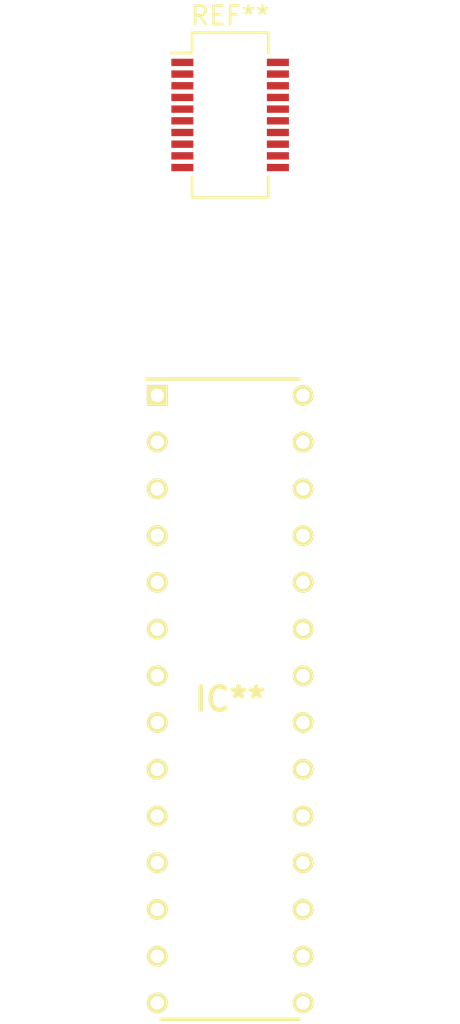
<source format=kicad_pcb>
(kicad_pcb (version 20171130) (host pcbnew "(5.1.10-1-10_14)")

  (general
    (thickness 1.6)
    (drawings 0)
    (tracks 0)
    (zones 0)
    (modules 2)
    (nets 1)
  )

  (page A4)
  (layers
    (0 F.Cu signal)
    (31 B.Cu signal)
    (32 B.Adhes user)
    (33 F.Adhes user)
    (34 B.Paste user)
    (35 F.Paste user)
    (36 B.SilkS user)
    (37 F.SilkS user)
    (38 B.Mask user)
    (39 F.Mask user)
    (40 Dwgs.User user)
    (41 Cmts.User user)
    (42 Eco1.User user)
    (43 Eco2.User user)
    (44 Edge.Cuts user)
    (45 Margin user)
    (46 B.CrtYd user)
    (47 F.CrtYd user)
    (48 B.Fab user)
    (49 F.Fab user)
  )

  (setup
    (last_trace_width 0.25)
    (trace_clearance 0.2)
    (zone_clearance 0.508)
    (zone_45_only no)
    (trace_min 0.2)
    (via_size 0.8)
    (via_drill 0.4)
    (via_min_size 0.4)
    (via_min_drill 0.3)
    (uvia_size 0.3)
    (uvia_drill 0.1)
    (uvias_allowed no)
    (uvia_min_size 0.2)
    (uvia_min_drill 0.1)
    (edge_width 0.05)
    (segment_width 0.2)
    (pcb_text_width 0.3)
    (pcb_text_size 1.5 1.5)
    (mod_edge_width 0.12)
    (mod_text_size 1 1)
    (mod_text_width 0.15)
    (pad_size 1.524 1.524)
    (pad_drill 0.762)
    (pad_to_mask_clearance 0)
    (aux_axis_origin 0 0)
    (visible_elements FFFFFF7F)
    (pcbplotparams
      (layerselection 0x010fc_ffffffff)
      (usegerberextensions false)
      (usegerberattributes true)
      (usegerberadvancedattributes true)
      (creategerberjobfile true)
      (excludeedgelayer true)
      (linewidth 0.100000)
      (plotframeref false)
      (viasonmask false)
      (mode 1)
      (useauxorigin false)
      (hpglpennumber 1)
      (hpglpenspeed 20)
      (hpglpendiameter 15.000000)
      (psnegative false)
      (psa4output false)
      (plotreference true)
      (plotvalue true)
      (plotinvisibletext false)
      (padsonsilk false)
      (subtractmaskfromsilk false)
      (outputformat 1)
      (mirror false)
      (drillshape 1)
      (scaleselection 1)
      (outputdirectory ""))
  )

  (net 0 "")

  (net_class Default "This is the default net class."
    (clearance 0.2)
    (trace_width 0.25)
    (via_dia 0.8)
    (via_drill 0.4)
    (uvia_dia 0.3)
    (uvia_drill 0.1)
  )

  (module ATMEGA328P-PU:DIP794W53P254L3467H457Q28N (layer F.Cu) (tedit 60CE8826) (tstamp 60CFF4FC)
    (at 62.23 124.46)
    (descr "28P3 7.62 row pitch")
    (tags "Integrated Circuit")
    (fp_text reference IC** (at 0 0) (layer F.SilkS)
      (effects (font (size 1.27 1.27) (thickness 0.254)))
    )
    (fp_text value DIP794W53P254L3467H457Q28N (at 0 0) (layer F.SilkS) hide
      (effects (font (size 1.27 1.27) (thickness 0.254)))
    )
    (fp_line (start -3.746 17.399) (end 3.746 17.399) (layer F.SilkS) (width 0.2))
    (fp_line (start -4.535 -17.399) (end 3.746 -17.399) (layer F.SilkS) (width 0.2))
    (fp_line (start -3.746 -16.129) (end -2.476 -17.399) (layer Dwgs.User) (width 0.1))
    (fp_line (start -3.746 17.399) (end -3.746 -17.399) (layer Dwgs.User) (width 0.1))
    (fp_line (start 3.746 17.399) (end -3.746 17.399) (layer Dwgs.User) (width 0.1))
    (fp_line (start 3.746 -17.399) (end 3.746 17.399) (layer Dwgs.User) (width 0.1))
    (fp_line (start -3.746 -17.399) (end 3.746 -17.399) (layer Dwgs.User) (width 0.1))
    (fp_line (start -4.944 17.649) (end -4.944 -17.649) (layer Dwgs.User) (width 0.05))
    (fp_line (start 4.944 17.649) (end -4.944 17.649) (layer Dwgs.User) (width 0.05))
    (fp_line (start 4.944 -17.649) (end 4.944 17.649) (layer Dwgs.User) (width 0.05))
    (fp_line (start -4.944 -17.649) (end 4.944 -17.649) (layer Dwgs.User) (width 0.05))
    (pad 28 thru_hole circle (at 3.969 -16.51 90) (size 1.133 1.133) (drill 0.733) (layers *.Cu *.Mask F.SilkS))
    (pad 27 thru_hole circle (at 3.969 -13.97 90) (size 1.133 1.133) (drill 0.733) (layers *.Cu *.Mask F.SilkS))
    (pad 26 thru_hole circle (at 3.969 -11.43 90) (size 1.133 1.133) (drill 0.733) (layers *.Cu *.Mask F.SilkS))
    (pad 25 thru_hole circle (at 3.969 -8.89 90) (size 1.133 1.133) (drill 0.733) (layers *.Cu *.Mask F.SilkS))
    (pad 24 thru_hole circle (at 3.969 -6.35 90) (size 1.133 1.133) (drill 0.733) (layers *.Cu *.Mask F.SilkS))
    (pad 23 thru_hole circle (at 3.969 -3.81 90) (size 1.133 1.133) (drill 0.733) (layers *.Cu *.Mask F.SilkS))
    (pad 22 thru_hole circle (at 3.969 -1.27 90) (size 1.133 1.133) (drill 0.733) (layers *.Cu *.Mask F.SilkS))
    (pad 21 thru_hole circle (at 3.969 1.27 90) (size 1.133 1.133) (drill 0.733) (layers *.Cu *.Mask F.SilkS))
    (pad 20 thru_hole circle (at 3.969 3.81 90) (size 1.133 1.133) (drill 0.733) (layers *.Cu *.Mask F.SilkS))
    (pad 19 thru_hole circle (at 3.969 6.35 90) (size 1.133 1.133) (drill 0.733) (layers *.Cu *.Mask F.SilkS))
    (pad 18 thru_hole circle (at 3.969 8.89 90) (size 1.133 1.133) (drill 0.733) (layers *.Cu *.Mask F.SilkS))
    (pad 17 thru_hole circle (at 3.969 11.43 90) (size 1.133 1.133) (drill 0.733) (layers *.Cu *.Mask F.SilkS))
    (pad 16 thru_hole circle (at 3.969 13.97 90) (size 1.133 1.133) (drill 0.733) (layers *.Cu *.Mask F.SilkS))
    (pad 15 thru_hole circle (at 3.969 16.51 90) (size 1.133 1.133) (drill 0.733) (layers *.Cu *.Mask F.SilkS))
    (pad 14 thru_hole circle (at -3.969 16.51 90) (size 1.133 1.133) (drill 0.733) (layers *.Cu *.Mask F.SilkS))
    (pad 13 thru_hole circle (at -3.969 13.97 90) (size 1.133 1.133) (drill 0.733) (layers *.Cu *.Mask F.SilkS))
    (pad 12 thru_hole circle (at -3.969 11.43 90) (size 1.133 1.133) (drill 0.733) (layers *.Cu *.Mask F.SilkS))
    (pad 11 thru_hole circle (at -3.969 8.89 90) (size 1.133 1.133) (drill 0.733) (layers *.Cu *.Mask F.SilkS))
    (pad 10 thru_hole circle (at -3.969 6.35 90) (size 1.133 1.133) (drill 0.733) (layers *.Cu *.Mask F.SilkS))
    (pad 9 thru_hole circle (at -3.969 3.81 90) (size 1.133 1.133) (drill 0.733) (layers *.Cu *.Mask F.SilkS))
    (pad 8 thru_hole circle (at -3.969 1.27 90) (size 1.133 1.133) (drill 0.733) (layers *.Cu *.Mask F.SilkS))
    (pad 7 thru_hole circle (at -3.969 -1.27 90) (size 1.133 1.133) (drill 0.733) (layers *.Cu *.Mask F.SilkS))
    (pad 6 thru_hole circle (at -3.969 -3.81 90) (size 1.133 1.133) (drill 0.733) (layers *.Cu *.Mask F.SilkS))
    (pad 5 thru_hole circle (at -3.969 -6.35 90) (size 1.133 1.133) (drill 0.733) (layers *.Cu *.Mask F.SilkS))
    (pad 4 thru_hole circle (at -3.969 -8.89 90) (size 1.133 1.133) (drill 0.733) (layers *.Cu *.Mask F.SilkS))
    (pad 3 thru_hole circle (at -3.969 -11.43 90) (size 1.133 1.133) (drill 0.733) (layers *.Cu *.Mask F.SilkS))
    (pad 2 thru_hole circle (at -3.969 -13.97 90) (size 1.133 1.133) (drill 0.733) (layers *.Cu *.Mask F.SilkS))
    (pad 1 thru_hole rect (at -3.969 -16.51 90) (size 1.133 1.133) (drill 0.733) (layers *.Cu *.Mask F.SilkS))
  )

  (module Package_SO:SSOP-20_3.9x8.7mm_P0.635mm (layer F.Cu) (tedit 5A4A2523) (tstamp 60CF960B)
    (at 62.23 92.71)
    (descr "SSOP20: plastic shrink small outline package; 24 leads; body width 3.9 mm; lead pitch 0.635; (see http://www.ftdichip.com/Support/Documents/DataSheets/ICs/DS_FT231X.pdf)")
    (tags "SSOP 0.635")
    (attr smd)
    (fp_text reference REF** (at 0 -5.4) (layer F.SilkS)
      (effects (font (size 1 1) (thickness 0.15)))
    )
    (fp_text value SSOP-20_3.9x8.7mm_P0.635mm (at 0 5.4) (layer F.Fab)
      (effects (font (size 1 1) (thickness 0.15)))
    )
    (fp_text user %R (at 0 0) (layer F.Fab)
      (effects (font (size 0.8 0.8) (thickness 0.15)))
    )
    (fp_line (start -0.95 -4.35) (end 1.95 -4.35) (layer F.Fab) (width 0.15))
    (fp_line (start 1.95 -4.35) (end 1.95 4.35) (layer F.Fab) (width 0.15))
    (fp_line (start 1.95 4.35) (end -1.95 4.35) (layer F.Fab) (width 0.15))
    (fp_line (start -1.95 4.35) (end -1.95 -3.35) (layer F.Fab) (width 0.15))
    (fp_line (start -1.95 -3.35) (end -0.95 -4.35) (layer F.Fab) (width 0.15))
    (fp_line (start -3.45 -4.65) (end -3.45 4.65) (layer F.CrtYd) (width 0.05))
    (fp_line (start 3.45 -4.65) (end 3.45 4.65) (layer F.CrtYd) (width 0.05))
    (fp_line (start -3.45 -4.65) (end 3.45 -4.65) (layer F.CrtYd) (width 0.05))
    (fp_line (start -3.45 4.65) (end 3.45 4.65) (layer F.CrtYd) (width 0.05))
    (fp_line (start -2.075 -3.365) (end -2.075 -4.475) (layer F.SilkS) (width 0.15))
    (fp_line (start 2.075 -4.475) (end 2.075 -3.365) (layer F.SilkS) (width 0.15))
    (fp_line (start 2.075 4.475) (end 2.075 3.365) (layer F.SilkS) (width 0.15))
    (fp_line (start -2.075 4.475) (end -2.075 3.365) (layer F.SilkS) (width 0.15))
    (fp_line (start -2.075 -4.475) (end 2.075 -4.475) (layer F.SilkS) (width 0.15))
    (fp_line (start -2.075 4.475) (end 2.075 4.475) (layer F.SilkS) (width 0.15))
    (fp_line (start -2.075 -3.365) (end -3.2 -3.365) (layer F.SilkS) (width 0.15))
    (pad 20 smd rect (at 2.6 -2.8575) (size 1.2 0.4) (layers F.Cu F.Paste F.Mask))
    (pad 19 smd rect (at 2.6 -2.2225) (size 1.2 0.4) (layers F.Cu F.Paste F.Mask))
    (pad 18 smd rect (at 2.6 -1.5875) (size 1.2 0.4) (layers F.Cu F.Paste F.Mask))
    (pad 17 smd rect (at 2.6 -0.9525) (size 1.2 0.4) (layers F.Cu F.Paste F.Mask))
    (pad 16 smd rect (at 2.6 -0.3175) (size 1.2 0.4) (layers F.Cu F.Paste F.Mask))
    (pad 15 smd rect (at 2.6 0.3175) (size 1.2 0.4) (layers F.Cu F.Paste F.Mask))
    (pad 14 smd rect (at 2.6 0.9525) (size 1.2 0.4) (layers F.Cu F.Paste F.Mask))
    (pad 13 smd rect (at 2.6 1.5875) (size 1.2 0.4) (layers F.Cu F.Paste F.Mask))
    (pad 12 smd rect (at 2.6 2.2225) (size 1.2 0.4) (layers F.Cu F.Paste F.Mask))
    (pad 11 smd rect (at 2.6 2.8575) (size 1.2 0.4) (layers F.Cu F.Paste F.Mask))
    (pad 10 smd rect (at -2.6 2.8575) (size 1.2 0.4) (layers F.Cu F.Paste F.Mask))
    (pad 9 smd rect (at -2.6 2.2225) (size 1.2 0.4) (layers F.Cu F.Paste F.Mask))
    (pad 8 smd rect (at -2.6 1.5875) (size 1.2 0.4) (layers F.Cu F.Paste F.Mask))
    (pad 7 smd rect (at -2.6 0.9525) (size 1.2 0.4) (layers F.Cu F.Paste F.Mask))
    (pad 6 smd rect (at -2.6 0.3175) (size 1.2 0.4) (layers F.Cu F.Paste F.Mask))
    (pad 5 smd rect (at -2.6 -0.3175) (size 1.2 0.4) (layers F.Cu F.Paste F.Mask))
    (pad 4 smd rect (at -2.6 -0.9525) (size 1.2 0.4) (layers F.Cu F.Paste F.Mask))
    (pad 3 smd rect (at -2.6 -1.5875) (size 1.2 0.4) (layers F.Cu F.Paste F.Mask))
    (pad 2 smd rect (at -2.6 -2.2225) (size 1.2 0.4) (layers F.Cu F.Paste F.Mask))
    (pad 1 smd rect (at -2.6 -2.8575) (size 1.2 0.4) (layers F.Cu F.Paste F.Mask))
    (model ${KISYS3DMOD}/Package_SO.3dshapes/SSOP-20_3.9x8.7mm_P0.635mm.wrl
      (at (xyz 0 0 0))
      (scale (xyz 1 1 1))
      (rotate (xyz 0 0 0))
    )
  )

)

</source>
